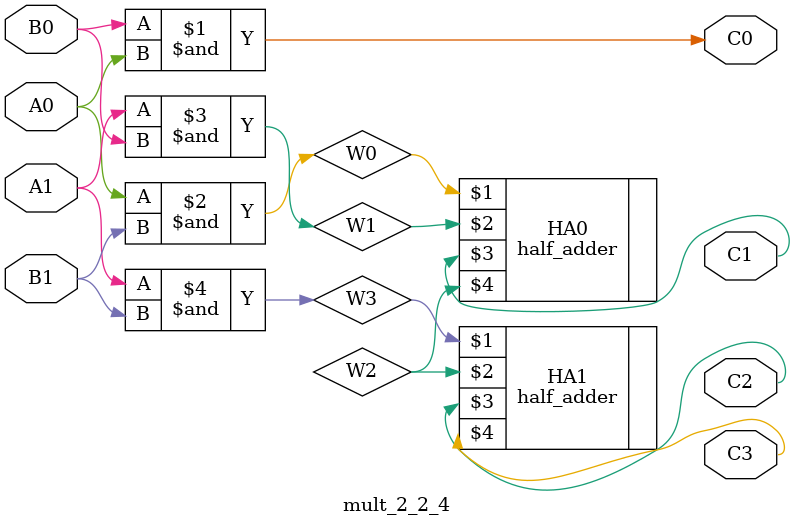
<source format=v>

`include "half_adder.v"


module mult_2_2_4(A0, A1, B0, B1, C0, C1, C2, C3);

  input A0, A1, B0, B1;

  output C0, C1, C2, C3;
  wire C0, C1, C2, C3;

  wire W0, W1, W2, W3;

  assign C0=B0&A0;
  assign W0=A0&B1;
  assign W1=A1&B0;
  assign W3=A1&B1;

  half_adder HA0 (W0, W1, C1, W2);
  half_adder HA1 (W3, W2, C2, C3);

endmodule

</source>
